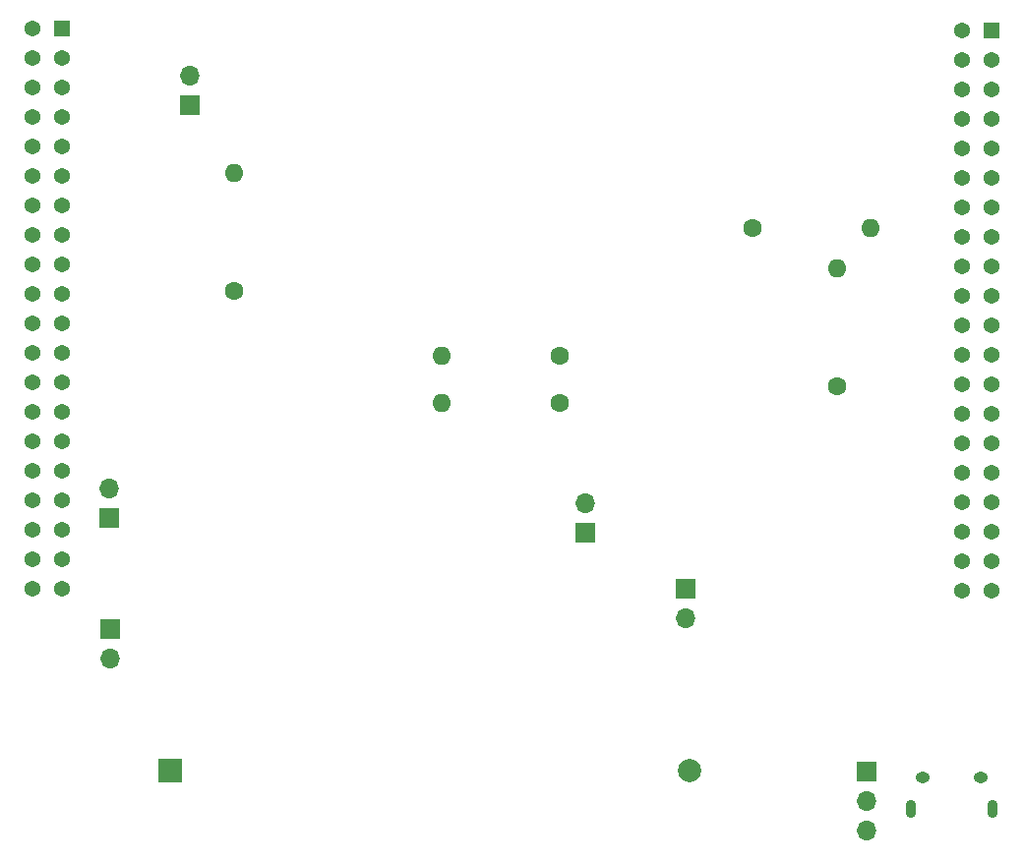
<source format=gbr>
%TF.GenerationSoftware,KiCad,Pcbnew,(7.0.0)*%
%TF.CreationDate,2023-04-04T11:39:15+02:00*%
%TF.ProjectId,overall scematic,6f766572-616c-46c2-9073-63656d617469,rev?*%
%TF.SameCoordinates,Original*%
%TF.FileFunction,Soldermask,Bot*%
%TF.FilePolarity,Negative*%
%FSLAX46Y46*%
G04 Gerber Fmt 4.6, Leading zero omitted, Abs format (unit mm)*
G04 Created by KiCad (PCBNEW (7.0.0)) date 2023-04-04 11:39:15*
%MOMM*%
%LPD*%
G01*
G04 APERTURE LIST*
%ADD10R,1.700000X1.700000*%
%ADD11O,1.700000X1.700000*%
%ADD12O,1.600000X1.600000*%
%ADD13C,1.600000*%
%ADD14R,1.370000X1.370000*%
%ADD15C,1.370000*%
%ADD16O,0.890000X1.550000*%
%ADD17O,1.250000X0.950000*%
%ADD18R,2.000000X2.000000*%
%ADD19C,2.000000*%
G04 APERTURE END LIST*
D10*
%TO.C,J7*%
X109854999Y-114421999D03*
D11*
X109854999Y-116961999D03*
%TD*%
D10*
%TO.C,J6*%
X67182999Y-72775999D03*
D11*
X67182999Y-70235999D03*
%TD*%
D10*
%TO.C,J5*%
X60324999Y-117855999D03*
D11*
X60324999Y-120395999D03*
%TD*%
%TO.C,J4*%
X60197999Y-105790999D03*
D10*
X60197999Y-108330999D03*
%TD*%
%TO.C,J2*%
X101218999Y-109605999D03*
D11*
X101218999Y-107065999D03*
%TD*%
D12*
%TO.C,R6*%
X122845999Y-86818999D03*
D13*
X122846000Y-96979000D03*
%TD*%
D12*
%TO.C,R5*%
X125729999Y-83311999D03*
D13*
X115570000Y-83312000D03*
%TD*%
D12*
%TO.C,R4*%
X88849999Y-94379999D03*
D13*
X99010000Y-94380000D03*
%TD*%
D12*
%TO.C,R3*%
X88849999Y-98429999D03*
D13*
X99010000Y-98430000D03*
%TD*%
D12*
%TO.C,R1*%
X70992999Y-78612999D03*
D13*
X70993000Y-88773000D03*
%TD*%
D10*
%TO.C,J10*%
X125385999Y-130174999D03*
D11*
X125385999Y-132714999D03*
X125385999Y-135254999D03*
%TD*%
D14*
%TO.C,J9*%
X56133999Y-66166999D03*
D15*
X53594000Y-66167000D03*
X56134000Y-68707000D03*
X53594000Y-68707000D03*
X56134000Y-71247000D03*
X53594000Y-71247000D03*
X56134000Y-73787000D03*
X53594000Y-73787000D03*
X56134000Y-76327000D03*
X53594000Y-76327000D03*
X56134000Y-78867000D03*
X53594000Y-78867000D03*
X56134000Y-81407000D03*
X53594000Y-81407000D03*
X56134000Y-83947000D03*
X53594000Y-83947000D03*
X56134000Y-86487000D03*
X53594000Y-86487000D03*
X56134000Y-89027000D03*
X53594000Y-89027000D03*
X56134000Y-91567000D03*
X53594000Y-91567000D03*
X56134000Y-94107000D03*
X53594000Y-94107000D03*
X56134000Y-96647000D03*
X53594000Y-96647000D03*
X56134000Y-99187000D03*
X53594000Y-99187000D03*
X56134000Y-101727000D03*
X53594000Y-101727000D03*
X56134000Y-104267000D03*
X53594000Y-104267000D03*
X56134000Y-106807000D03*
X53594000Y-106807000D03*
X56134000Y-109347000D03*
X53594000Y-109347000D03*
X56134000Y-111887000D03*
X53594000Y-111887000D03*
X56134000Y-114427000D03*
X53594000Y-114427000D03*
%TD*%
D14*
%TO.C,J8*%
X136143999Y-66293999D03*
D15*
X133604000Y-66294000D03*
X136144000Y-68834000D03*
X133604000Y-68834000D03*
X136144000Y-71374000D03*
X133604000Y-71374000D03*
X136144000Y-73914000D03*
X133604000Y-73914000D03*
X136144000Y-76454000D03*
X133604000Y-76454000D03*
X136144000Y-78994000D03*
X133604000Y-78994000D03*
X136144000Y-81534000D03*
X133604000Y-81534000D03*
X136144000Y-84074000D03*
X133604000Y-84074000D03*
X136144000Y-86614000D03*
X133604000Y-86614000D03*
X136144000Y-89154000D03*
X133604000Y-89154000D03*
X136144000Y-91694000D03*
X133604000Y-91694000D03*
X136144000Y-94234000D03*
X133604000Y-94234000D03*
X136144000Y-96774000D03*
X133604000Y-96774000D03*
X136144000Y-99314000D03*
X133604000Y-99314000D03*
X136144000Y-101854000D03*
X133604000Y-101854000D03*
X136144000Y-104394000D03*
X133604000Y-104394000D03*
X136144000Y-106934000D03*
X133604000Y-106934000D03*
X136144000Y-109474000D03*
X133604000Y-109474000D03*
X136144000Y-112014000D03*
X133604000Y-112014000D03*
X136144000Y-114554000D03*
X133604000Y-114554000D03*
%TD*%
D16*
%TO.C,J1*%
X129230999Y-133349999D03*
D17*
X130230999Y-130649999D03*
D16*
X136230999Y-133349999D03*
D17*
X135230999Y-130649999D03*
%TD*%
D18*
%TO.C,BT1*%
X65456999Y-130047999D03*
D19*
X110157000Y-130048000D03*
%TD*%
M02*

</source>
